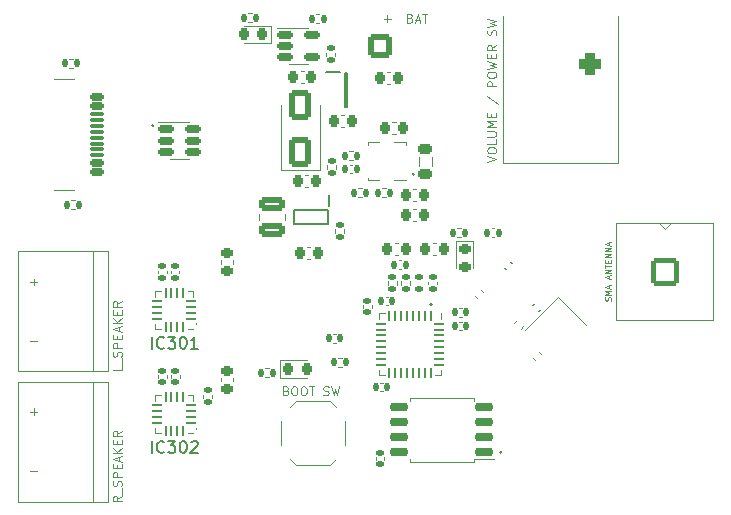
<source format=gto>
G04 #@! TF.GenerationSoftware,KiCad,Pcbnew,7.0.8*
G04 #@! TF.CreationDate,2024-01-23T22:35:07+01:00*
G04 #@! TF.ProjectId,internet-radio-speaker,696e7465-726e-4657-942d-726164696f2d,rev?*
G04 #@! TF.SameCoordinates,Original*
G04 #@! TF.FileFunction,Legend,Top*
G04 #@! TF.FilePolarity,Positive*
%FSLAX46Y46*%
G04 Gerber Fmt 4.6, Leading zero omitted, Abs format (unit mm)*
G04 Created by KiCad (PCBNEW 7.0.8) date 2024-01-23 22:35:07*
%MOMM*%
%LPD*%
G01*
G04 APERTURE LIST*
G04 Aperture macros list*
%AMRoundRect*
0 Rectangle with rounded corners*
0 $1 Rounding radius*
0 $2 $3 $4 $5 $6 $7 $8 $9 X,Y pos of 4 corners*
0 Add a 4 corners polygon primitive as box body*
4,1,4,$2,$3,$4,$5,$6,$7,$8,$9,$2,$3,0*
0 Add four circle primitives for the rounded corners*
1,1,$1+$1,$2,$3*
1,1,$1+$1,$4,$5*
1,1,$1+$1,$6,$7*
1,1,$1+$1,$8,$9*
0 Add four rect primitives between the rounded corners*
20,1,$1+$1,$2,$3,$4,$5,0*
20,1,$1+$1,$4,$5,$6,$7,0*
20,1,$1+$1,$6,$7,$8,$9,0*
20,1,$1+$1,$8,$9,$2,$3,0*%
%AMRotRect*
0 Rectangle, with rotation*
0 The origin of the aperture is its center*
0 $1 length*
0 $2 width*
0 $3 Rotation angle, in degrees counterclockwise*
0 Add horizontal line*
21,1,$1,$2,0,0,$3*%
%AMFreePoly0*
4,1,21,-0.125000,1.200000,0.125000,1.200000,0.125000,1.700000,0.375000,1.700000,0.375000,1.200000,0.825000,1.200000,0.825000,-1.200000,0.375000,-1.200000,0.375000,-1.700000,0.125000,-1.700000,0.125000,-1.200000,-0.125000,-1.200000,-0.125000,-1.700000,-0.375000,-1.700000,-0.375000,-1.200000,-0.825000,-1.200000,-0.825000,1.200000,-0.375000,1.200000,-0.375000,1.700000,-0.125000,1.700000,
-0.125000,1.200000,-0.125000,1.200000,$1*%
G04 Aperture macros list end*
%ADD10C,0.150000*%
%ADD11C,0.100000*%
%ADD12C,0.125000*%
%ADD13C,0.200000*%
%ADD14C,0.120000*%
%ADD15R,1.200000X0.650000*%
%ADD16R,3.000000X3.000000*%
%ADD17C,3.000000*%
%ADD18RoundRect,0.135000X-0.135000X-0.185000X0.135000X-0.185000X0.135000X0.185000X-0.135000X0.185000X0*%
%ADD19RoundRect,0.135000X0.185000X-0.135000X0.185000X0.135000X-0.185000X0.135000X-0.185000X-0.135000X0*%
%ADD20RoundRect,0.225000X-0.250000X0.225000X-0.250000X-0.225000X0.250000X-0.225000X0.250000X0.225000X0*%
%ADD21RoundRect,0.140000X0.140000X0.170000X-0.140000X0.170000X-0.140000X-0.170000X0.140000X-0.170000X0*%
%ADD22RoundRect,0.135000X0.135000X0.185000X-0.135000X0.185000X-0.135000X-0.185000X0.135000X-0.185000X0*%
%ADD23RoundRect,0.140000X0.170000X-0.140000X0.170000X0.140000X-0.170000X0.140000X-0.170000X-0.140000X0*%
%ADD24RoundRect,0.140000X-0.140000X-0.170000X0.140000X-0.170000X0.140000X0.170000X-0.140000X0.170000X0*%
%ADD25C,0.650000*%
%ADD26RoundRect,0.150000X-0.425000X0.150000X-0.425000X-0.150000X0.425000X-0.150000X0.425000X0.150000X0*%
%ADD27RoundRect,0.075000X-0.500000X0.075000X-0.500000X-0.075000X0.500000X-0.075000X0.500000X0.075000X0*%
%ADD28O,2.100000X1.000000*%
%ADD29O,1.800000X1.000000*%
%ADD30RoundRect,0.135000X0.035355X-0.226274X0.226274X-0.035355X-0.035355X0.226274X-0.226274X0.035355X0*%
%ADD31R,0.600000X0.240000*%
%ADD32FreePoly0,180.000000*%
%ADD33RotRect,1.400000X1.200000X225.000000*%
%ADD34RoundRect,0.062500X-0.062500X0.375000X-0.062500X-0.375000X0.062500X-0.375000X0.062500X0.375000X0*%
%ADD35RoundRect,0.062500X-0.375000X0.062500X-0.375000X-0.062500X0.375000X-0.062500X0.375000X0.062500X0*%
%ADD36R,3.100000X3.100000*%
%ADD37RoundRect,0.135000X-0.185000X0.135000X-0.185000X-0.135000X0.185000X-0.135000X0.185000X0.135000X0*%
%ADD38RoundRect,0.225000X-0.225000X-0.250000X0.225000X-0.250000X0.225000X0.250000X-0.225000X0.250000X0*%
%ADD39R,1.800000X1.100000*%
%ADD40RoundRect,0.250000X-0.850000X0.375000X-0.850000X-0.375000X0.850000X-0.375000X0.850000X0.375000X0*%
%ADD41RoundRect,0.150000X0.650000X0.150000X-0.650000X0.150000X-0.650000X-0.150000X0.650000X-0.150000X0*%
%ADD42RoundRect,0.147500X-0.172500X0.147500X-0.172500X-0.147500X0.172500X-0.147500X0.172500X0.147500X0*%
%ADD43RoundRect,0.140000X-0.219203X-0.021213X-0.021213X-0.219203X0.219203X0.021213X0.021213X0.219203X0*%
%ADD44R,0.600000X0.900000*%
%ADD45RoundRect,0.250001X-0.799999X-0.799999X0.799999X-0.799999X0.799999X0.799999X-0.799999X0.799999X0*%
%ADD46C,2.100000*%
%ADD47RoundRect,0.140000X0.021213X-0.219203X0.219203X-0.021213X-0.021213X0.219203X-0.219203X0.021213X0*%
%ADD48RoundRect,0.218750X-0.256250X0.218750X-0.256250X-0.218750X0.256250X-0.218750X0.256250X0.218750X0*%
%ADD49RoundRect,0.225000X0.225000X0.250000X-0.225000X0.250000X-0.225000X-0.250000X0.225000X-0.250000X0*%
%ADD50RoundRect,0.218750X-0.218750X-0.256250X0.218750X-0.256250X0.218750X0.256250X-0.218750X0.256250X0*%
%ADD51RoundRect,0.250000X0.650000X-1.000000X0.650000X1.000000X-0.650000X1.000000X-0.650000X-1.000000X0*%
%ADD52RoundRect,0.150000X-0.512500X-0.150000X0.512500X-0.150000X0.512500X0.150000X-0.512500X0.150000X0*%
%ADD53RoundRect,0.218750X0.381250X-0.218750X0.381250X0.218750X-0.381250X0.218750X-0.381250X-0.218750X0*%
%ADD54C,1.800000*%
%ADD55RoundRect,0.450000X0.450000X-0.450000X0.450000X0.450000X-0.450000X0.450000X-0.450000X-0.450000X0*%
%ADD56RoundRect,0.218750X0.218750X0.256250X-0.218750X0.256250X-0.218750X-0.256250X0.218750X-0.256250X0*%
%ADD57RoundRect,0.140000X-0.170000X0.140000X-0.170000X-0.140000X0.170000X-0.140000X0.170000X0.140000X0*%
%ADD58RoundRect,0.062500X0.350000X0.062500X-0.350000X0.062500X-0.350000X-0.062500X0.350000X-0.062500X0*%
%ADD59RoundRect,0.062500X0.062500X0.350000X-0.062500X0.350000X-0.062500X-0.350000X0.062500X-0.350000X0*%
%ADD60R,1.230000X1.230000*%
%ADD61C,2.500000*%
%ADD62RoundRect,0.200100X-0.949900X0.949900X-0.949900X-0.949900X0.949900X-0.949900X0.949900X0.949900X0*%
%ADD63RoundRect,0.147500X0.017678X-0.226274X0.226274X-0.017678X-0.017678X0.226274X-0.226274X0.017678X0*%
G04 APERTURE END LIST*
D10*
X143770711Y-115450000D02*
G75*
G03*
X143770711Y-115450000I-70711J0D01*
G01*
X120220711Y-100300000D02*
G75*
G03*
X120220711Y-100300000I-70711J0D01*
G01*
X123850000Y-117100000D02*
G75*
G03*
X123850000Y-117100000I-50000J0D01*
G01*
X149670711Y-127950000D02*
G75*
G03*
X149670711Y-127950000I-70711J0D01*
G01*
X123850000Y-126000000D02*
G75*
G03*
X123850000Y-126000000I-50000J0D01*
G01*
X142270711Y-104400000D02*
G75*
G03*
X142270711Y-104400000I-70711J0D01*
G01*
D11*
X158909800Y-115088972D02*
X158933609Y-115017544D01*
X158933609Y-115017544D02*
X158933609Y-114898496D01*
X158933609Y-114898496D02*
X158909800Y-114850877D01*
X158909800Y-114850877D02*
X158885990Y-114827068D01*
X158885990Y-114827068D02*
X158838371Y-114803258D01*
X158838371Y-114803258D02*
X158790752Y-114803258D01*
X158790752Y-114803258D02*
X158743133Y-114827068D01*
X158743133Y-114827068D02*
X158719323Y-114850877D01*
X158719323Y-114850877D02*
X158695514Y-114898496D01*
X158695514Y-114898496D02*
X158671704Y-114993734D01*
X158671704Y-114993734D02*
X158647895Y-115041353D01*
X158647895Y-115041353D02*
X158624085Y-115065163D01*
X158624085Y-115065163D02*
X158576466Y-115088972D01*
X158576466Y-115088972D02*
X158528847Y-115088972D01*
X158528847Y-115088972D02*
X158481228Y-115065163D01*
X158481228Y-115065163D02*
X158457419Y-115041353D01*
X158457419Y-115041353D02*
X158433609Y-114993734D01*
X158433609Y-114993734D02*
X158433609Y-114874687D01*
X158433609Y-114874687D02*
X158457419Y-114803258D01*
X158933609Y-114588973D02*
X158433609Y-114588973D01*
X158433609Y-114588973D02*
X158790752Y-114422306D01*
X158790752Y-114422306D02*
X158433609Y-114255640D01*
X158433609Y-114255640D02*
X158933609Y-114255640D01*
X158790752Y-114041353D02*
X158790752Y-113803258D01*
X158933609Y-114088972D02*
X158433609Y-113922306D01*
X158433609Y-113922306D02*
X158933609Y-113755639D01*
X158790752Y-113231830D02*
X158790752Y-112993735D01*
X158933609Y-113279449D02*
X158433609Y-113112783D01*
X158433609Y-113112783D02*
X158933609Y-112946116D01*
X158933609Y-112779450D02*
X158433609Y-112779450D01*
X158433609Y-112779450D02*
X158933609Y-112493736D01*
X158933609Y-112493736D02*
X158433609Y-112493736D01*
X158433609Y-112327068D02*
X158433609Y-112041354D01*
X158933609Y-112184211D02*
X158433609Y-112184211D01*
X158671704Y-111874688D02*
X158671704Y-111708021D01*
X158933609Y-111636593D02*
X158933609Y-111874688D01*
X158933609Y-111874688D02*
X158433609Y-111874688D01*
X158433609Y-111874688D02*
X158433609Y-111636593D01*
X158933609Y-111422307D02*
X158433609Y-111422307D01*
X158433609Y-111422307D02*
X158933609Y-111136593D01*
X158933609Y-111136593D02*
X158433609Y-111136593D01*
X158933609Y-110898497D02*
X158433609Y-110898497D01*
X158433609Y-110898497D02*
X158933609Y-110612783D01*
X158933609Y-110612783D02*
X158433609Y-110612783D01*
X158790752Y-110398496D02*
X158790752Y-110160401D01*
X158933609Y-110446115D02*
X158433609Y-110279449D01*
X158433609Y-110279449D02*
X158933609Y-110112782D01*
D12*
X139710807Y-91216000D02*
X140282236Y-91216000D01*
X139996521Y-91501714D02*
X139996521Y-90930285D01*
X117501714Y-131660621D02*
X117144571Y-131910621D01*
X117501714Y-132089192D02*
X116751714Y-132089192D01*
X116751714Y-132089192D02*
X116751714Y-131803478D01*
X116751714Y-131803478D02*
X116787428Y-131732049D01*
X116787428Y-131732049D02*
X116823142Y-131696335D01*
X116823142Y-131696335D02*
X116894571Y-131660621D01*
X116894571Y-131660621D02*
X117001714Y-131660621D01*
X117001714Y-131660621D02*
X117073142Y-131696335D01*
X117073142Y-131696335D02*
X117108857Y-131732049D01*
X117108857Y-131732049D02*
X117144571Y-131803478D01*
X117144571Y-131803478D02*
X117144571Y-132089192D01*
X117573142Y-131517764D02*
X117573142Y-130946335D01*
X117466000Y-130803477D02*
X117501714Y-130696335D01*
X117501714Y-130696335D02*
X117501714Y-130517763D01*
X117501714Y-130517763D02*
X117466000Y-130446335D01*
X117466000Y-130446335D02*
X117430285Y-130410620D01*
X117430285Y-130410620D02*
X117358857Y-130374906D01*
X117358857Y-130374906D02*
X117287428Y-130374906D01*
X117287428Y-130374906D02*
X117216000Y-130410620D01*
X117216000Y-130410620D02*
X117180285Y-130446335D01*
X117180285Y-130446335D02*
X117144571Y-130517763D01*
X117144571Y-130517763D02*
X117108857Y-130660620D01*
X117108857Y-130660620D02*
X117073142Y-130732049D01*
X117073142Y-130732049D02*
X117037428Y-130767763D01*
X117037428Y-130767763D02*
X116966000Y-130803477D01*
X116966000Y-130803477D02*
X116894571Y-130803477D01*
X116894571Y-130803477D02*
X116823142Y-130767763D01*
X116823142Y-130767763D02*
X116787428Y-130732049D01*
X116787428Y-130732049D02*
X116751714Y-130660620D01*
X116751714Y-130660620D02*
X116751714Y-130482049D01*
X116751714Y-130482049D02*
X116787428Y-130374906D01*
X117501714Y-130053477D02*
X116751714Y-130053477D01*
X116751714Y-130053477D02*
X116751714Y-129767763D01*
X116751714Y-129767763D02*
X116787428Y-129696334D01*
X116787428Y-129696334D02*
X116823142Y-129660620D01*
X116823142Y-129660620D02*
X116894571Y-129624906D01*
X116894571Y-129624906D02*
X117001714Y-129624906D01*
X117001714Y-129624906D02*
X117073142Y-129660620D01*
X117073142Y-129660620D02*
X117108857Y-129696334D01*
X117108857Y-129696334D02*
X117144571Y-129767763D01*
X117144571Y-129767763D02*
X117144571Y-130053477D01*
X117108857Y-129303477D02*
X117108857Y-129053477D01*
X117501714Y-128946334D02*
X117501714Y-129303477D01*
X117501714Y-129303477D02*
X116751714Y-129303477D01*
X116751714Y-129303477D02*
X116751714Y-128946334D01*
X117287428Y-128660620D02*
X117287428Y-128303478D01*
X117501714Y-128732049D02*
X116751714Y-128482049D01*
X116751714Y-128482049D02*
X117501714Y-128232049D01*
X117501714Y-127982049D02*
X116751714Y-127982049D01*
X117501714Y-127553478D02*
X117073142Y-127874906D01*
X116751714Y-127553478D02*
X117180285Y-127982049D01*
X117108857Y-127232049D02*
X117108857Y-126982049D01*
X117501714Y-126874906D02*
X117501714Y-127232049D01*
X117501714Y-127232049D02*
X116751714Y-127232049D01*
X116751714Y-127232049D02*
X116751714Y-126874906D01*
X117501714Y-126124907D02*
X117144571Y-126374907D01*
X117501714Y-126553478D02*
X116751714Y-126553478D01*
X116751714Y-126553478D02*
X116751714Y-126267764D01*
X116751714Y-126267764D02*
X116787428Y-126196335D01*
X116787428Y-126196335D02*
X116823142Y-126160621D01*
X116823142Y-126160621D02*
X116894571Y-126124907D01*
X116894571Y-126124907D02*
X117001714Y-126124907D01*
X117001714Y-126124907D02*
X117073142Y-126160621D01*
X117073142Y-126160621D02*
X117108857Y-126196335D01*
X117108857Y-126196335D02*
X117144571Y-126267764D01*
X117144571Y-126267764D02*
X117144571Y-126553478D01*
X109760807Y-129516000D02*
X110332236Y-129516000D01*
X148451714Y-103346335D02*
X149201714Y-103096335D01*
X149201714Y-103096335D02*
X148451714Y-102846335D01*
X148451714Y-102453478D02*
X148451714Y-102310621D01*
X148451714Y-102310621D02*
X148487428Y-102239192D01*
X148487428Y-102239192D02*
X148558857Y-102167764D01*
X148558857Y-102167764D02*
X148701714Y-102132049D01*
X148701714Y-102132049D02*
X148951714Y-102132049D01*
X148951714Y-102132049D02*
X149094571Y-102167764D01*
X149094571Y-102167764D02*
X149166000Y-102239192D01*
X149166000Y-102239192D02*
X149201714Y-102310621D01*
X149201714Y-102310621D02*
X149201714Y-102453478D01*
X149201714Y-102453478D02*
X149166000Y-102524907D01*
X149166000Y-102524907D02*
X149094571Y-102596335D01*
X149094571Y-102596335D02*
X148951714Y-102632049D01*
X148951714Y-102632049D02*
X148701714Y-102632049D01*
X148701714Y-102632049D02*
X148558857Y-102596335D01*
X148558857Y-102596335D02*
X148487428Y-102524907D01*
X148487428Y-102524907D02*
X148451714Y-102453478D01*
X149201714Y-101453478D02*
X149201714Y-101810621D01*
X149201714Y-101810621D02*
X148451714Y-101810621D01*
X148451714Y-101203478D02*
X149058857Y-101203478D01*
X149058857Y-101203478D02*
X149130285Y-101167764D01*
X149130285Y-101167764D02*
X149166000Y-101132050D01*
X149166000Y-101132050D02*
X149201714Y-101060621D01*
X149201714Y-101060621D02*
X149201714Y-100917764D01*
X149201714Y-100917764D02*
X149166000Y-100846335D01*
X149166000Y-100846335D02*
X149130285Y-100810621D01*
X149130285Y-100810621D02*
X149058857Y-100774907D01*
X149058857Y-100774907D02*
X148451714Y-100774907D01*
X149201714Y-100417764D02*
X148451714Y-100417764D01*
X148451714Y-100417764D02*
X148987428Y-100167764D01*
X148987428Y-100167764D02*
X148451714Y-99917764D01*
X148451714Y-99917764D02*
X149201714Y-99917764D01*
X148808857Y-99560621D02*
X148808857Y-99310621D01*
X149201714Y-99203478D02*
X149201714Y-99560621D01*
X149201714Y-99560621D02*
X148451714Y-99560621D01*
X148451714Y-99560621D02*
X148451714Y-99203478D01*
X148416000Y-97774907D02*
X149380285Y-98417764D01*
X149201714Y-96953478D02*
X148451714Y-96953478D01*
X148451714Y-96953478D02*
X148451714Y-96667764D01*
X148451714Y-96667764D02*
X148487428Y-96596335D01*
X148487428Y-96596335D02*
X148523142Y-96560621D01*
X148523142Y-96560621D02*
X148594571Y-96524907D01*
X148594571Y-96524907D02*
X148701714Y-96524907D01*
X148701714Y-96524907D02*
X148773142Y-96560621D01*
X148773142Y-96560621D02*
X148808857Y-96596335D01*
X148808857Y-96596335D02*
X148844571Y-96667764D01*
X148844571Y-96667764D02*
X148844571Y-96953478D01*
X148451714Y-96060621D02*
X148451714Y-95917764D01*
X148451714Y-95917764D02*
X148487428Y-95846335D01*
X148487428Y-95846335D02*
X148558857Y-95774907D01*
X148558857Y-95774907D02*
X148701714Y-95739192D01*
X148701714Y-95739192D02*
X148951714Y-95739192D01*
X148951714Y-95739192D02*
X149094571Y-95774907D01*
X149094571Y-95774907D02*
X149166000Y-95846335D01*
X149166000Y-95846335D02*
X149201714Y-95917764D01*
X149201714Y-95917764D02*
X149201714Y-96060621D01*
X149201714Y-96060621D02*
X149166000Y-96132050D01*
X149166000Y-96132050D02*
X149094571Y-96203478D01*
X149094571Y-96203478D02*
X148951714Y-96239192D01*
X148951714Y-96239192D02*
X148701714Y-96239192D01*
X148701714Y-96239192D02*
X148558857Y-96203478D01*
X148558857Y-96203478D02*
X148487428Y-96132050D01*
X148487428Y-96132050D02*
X148451714Y-96060621D01*
X148451714Y-95489193D02*
X149201714Y-95310621D01*
X149201714Y-95310621D02*
X148666000Y-95167764D01*
X148666000Y-95167764D02*
X149201714Y-95024907D01*
X149201714Y-95024907D02*
X148451714Y-94846336D01*
X148808857Y-94560621D02*
X148808857Y-94310621D01*
X149201714Y-94203478D02*
X149201714Y-94560621D01*
X149201714Y-94560621D02*
X148451714Y-94560621D01*
X148451714Y-94560621D02*
X148451714Y-94203478D01*
X149201714Y-93453479D02*
X148844571Y-93703479D01*
X149201714Y-93882050D02*
X148451714Y-93882050D01*
X148451714Y-93882050D02*
X148451714Y-93596336D01*
X148451714Y-93596336D02*
X148487428Y-93524907D01*
X148487428Y-93524907D02*
X148523142Y-93489193D01*
X148523142Y-93489193D02*
X148594571Y-93453479D01*
X148594571Y-93453479D02*
X148701714Y-93453479D01*
X148701714Y-93453479D02*
X148773142Y-93489193D01*
X148773142Y-93489193D02*
X148808857Y-93524907D01*
X148808857Y-93524907D02*
X148844571Y-93596336D01*
X148844571Y-93596336D02*
X148844571Y-93882050D01*
X149166000Y-92596335D02*
X149201714Y-92489193D01*
X149201714Y-92489193D02*
X149201714Y-92310621D01*
X149201714Y-92310621D02*
X149166000Y-92239193D01*
X149166000Y-92239193D02*
X149130285Y-92203478D01*
X149130285Y-92203478D02*
X149058857Y-92167764D01*
X149058857Y-92167764D02*
X148987428Y-92167764D01*
X148987428Y-92167764D02*
X148916000Y-92203478D01*
X148916000Y-92203478D02*
X148880285Y-92239193D01*
X148880285Y-92239193D02*
X148844571Y-92310621D01*
X148844571Y-92310621D02*
X148808857Y-92453478D01*
X148808857Y-92453478D02*
X148773142Y-92524907D01*
X148773142Y-92524907D02*
X148737428Y-92560621D01*
X148737428Y-92560621D02*
X148666000Y-92596335D01*
X148666000Y-92596335D02*
X148594571Y-92596335D01*
X148594571Y-92596335D02*
X148523142Y-92560621D01*
X148523142Y-92560621D02*
X148487428Y-92524907D01*
X148487428Y-92524907D02*
X148451714Y-92453478D01*
X148451714Y-92453478D02*
X148451714Y-92274907D01*
X148451714Y-92274907D02*
X148487428Y-92167764D01*
X148451714Y-91917764D02*
X149201714Y-91739192D01*
X149201714Y-91739192D02*
X148666000Y-91596335D01*
X148666000Y-91596335D02*
X149201714Y-91453478D01*
X149201714Y-91453478D02*
X148451714Y-91274907D01*
X109760807Y-124516000D02*
X110332236Y-124516000D01*
X110046521Y-124801714D02*
X110046521Y-124230285D01*
X141910807Y-91158857D02*
X142017950Y-91194571D01*
X142017950Y-91194571D02*
X142053664Y-91230285D01*
X142053664Y-91230285D02*
X142089378Y-91301714D01*
X142089378Y-91301714D02*
X142089378Y-91408857D01*
X142089378Y-91408857D02*
X142053664Y-91480285D01*
X142053664Y-91480285D02*
X142017950Y-91516000D01*
X142017950Y-91516000D02*
X141946521Y-91551714D01*
X141946521Y-91551714D02*
X141660807Y-91551714D01*
X141660807Y-91551714D02*
X141660807Y-90801714D01*
X141660807Y-90801714D02*
X141910807Y-90801714D01*
X141910807Y-90801714D02*
X141982236Y-90837428D01*
X141982236Y-90837428D02*
X142017950Y-90873142D01*
X142017950Y-90873142D02*
X142053664Y-90944571D01*
X142053664Y-90944571D02*
X142053664Y-91016000D01*
X142053664Y-91016000D02*
X142017950Y-91087428D01*
X142017950Y-91087428D02*
X141982236Y-91123142D01*
X141982236Y-91123142D02*
X141910807Y-91158857D01*
X141910807Y-91158857D02*
X141660807Y-91158857D01*
X142375093Y-91337428D02*
X142732236Y-91337428D01*
X142303664Y-91551714D02*
X142553664Y-90801714D01*
X142553664Y-90801714D02*
X142803664Y-91551714D01*
X142946521Y-90801714D02*
X143375093Y-90801714D01*
X143160807Y-91551714D02*
X143160807Y-90801714D01*
X109760807Y-113516000D02*
X110332236Y-113516000D01*
X110046521Y-113801714D02*
X110046521Y-113230285D01*
X131410807Y-122708857D02*
X131517950Y-122744571D01*
X131517950Y-122744571D02*
X131553664Y-122780285D01*
X131553664Y-122780285D02*
X131589378Y-122851714D01*
X131589378Y-122851714D02*
X131589378Y-122958857D01*
X131589378Y-122958857D02*
X131553664Y-123030285D01*
X131553664Y-123030285D02*
X131517950Y-123066000D01*
X131517950Y-123066000D02*
X131446521Y-123101714D01*
X131446521Y-123101714D02*
X131160807Y-123101714D01*
X131160807Y-123101714D02*
X131160807Y-122351714D01*
X131160807Y-122351714D02*
X131410807Y-122351714D01*
X131410807Y-122351714D02*
X131482236Y-122387428D01*
X131482236Y-122387428D02*
X131517950Y-122423142D01*
X131517950Y-122423142D02*
X131553664Y-122494571D01*
X131553664Y-122494571D02*
X131553664Y-122566000D01*
X131553664Y-122566000D02*
X131517950Y-122637428D01*
X131517950Y-122637428D02*
X131482236Y-122673142D01*
X131482236Y-122673142D02*
X131410807Y-122708857D01*
X131410807Y-122708857D02*
X131160807Y-122708857D01*
X132053664Y-122351714D02*
X132196521Y-122351714D01*
X132196521Y-122351714D02*
X132267950Y-122387428D01*
X132267950Y-122387428D02*
X132339378Y-122458857D01*
X132339378Y-122458857D02*
X132375093Y-122601714D01*
X132375093Y-122601714D02*
X132375093Y-122851714D01*
X132375093Y-122851714D02*
X132339378Y-122994571D01*
X132339378Y-122994571D02*
X132267950Y-123066000D01*
X132267950Y-123066000D02*
X132196521Y-123101714D01*
X132196521Y-123101714D02*
X132053664Y-123101714D01*
X132053664Y-123101714D02*
X131982236Y-123066000D01*
X131982236Y-123066000D02*
X131910807Y-122994571D01*
X131910807Y-122994571D02*
X131875093Y-122851714D01*
X131875093Y-122851714D02*
X131875093Y-122601714D01*
X131875093Y-122601714D02*
X131910807Y-122458857D01*
X131910807Y-122458857D02*
X131982236Y-122387428D01*
X131982236Y-122387428D02*
X132053664Y-122351714D01*
X132839378Y-122351714D02*
X132982235Y-122351714D01*
X132982235Y-122351714D02*
X133053664Y-122387428D01*
X133053664Y-122387428D02*
X133125092Y-122458857D01*
X133125092Y-122458857D02*
X133160807Y-122601714D01*
X133160807Y-122601714D02*
X133160807Y-122851714D01*
X133160807Y-122851714D02*
X133125092Y-122994571D01*
X133125092Y-122994571D02*
X133053664Y-123066000D01*
X133053664Y-123066000D02*
X132982235Y-123101714D01*
X132982235Y-123101714D02*
X132839378Y-123101714D01*
X132839378Y-123101714D02*
X132767950Y-123066000D01*
X132767950Y-123066000D02*
X132696521Y-122994571D01*
X132696521Y-122994571D02*
X132660807Y-122851714D01*
X132660807Y-122851714D02*
X132660807Y-122601714D01*
X132660807Y-122601714D02*
X132696521Y-122458857D01*
X132696521Y-122458857D02*
X132767950Y-122387428D01*
X132767950Y-122387428D02*
X132839378Y-122351714D01*
X133375092Y-122351714D02*
X133803664Y-122351714D01*
X133589378Y-123101714D02*
X133589378Y-122351714D01*
X134589379Y-123066000D02*
X134696522Y-123101714D01*
X134696522Y-123101714D02*
X134875093Y-123101714D01*
X134875093Y-123101714D02*
X134946522Y-123066000D01*
X134946522Y-123066000D02*
X134982236Y-123030285D01*
X134982236Y-123030285D02*
X135017950Y-122958857D01*
X135017950Y-122958857D02*
X135017950Y-122887428D01*
X135017950Y-122887428D02*
X134982236Y-122816000D01*
X134982236Y-122816000D02*
X134946522Y-122780285D01*
X134946522Y-122780285D02*
X134875093Y-122744571D01*
X134875093Y-122744571D02*
X134732236Y-122708857D01*
X134732236Y-122708857D02*
X134660807Y-122673142D01*
X134660807Y-122673142D02*
X134625093Y-122637428D01*
X134625093Y-122637428D02*
X134589379Y-122566000D01*
X134589379Y-122566000D02*
X134589379Y-122494571D01*
X134589379Y-122494571D02*
X134625093Y-122423142D01*
X134625093Y-122423142D02*
X134660807Y-122387428D01*
X134660807Y-122387428D02*
X134732236Y-122351714D01*
X134732236Y-122351714D02*
X134910807Y-122351714D01*
X134910807Y-122351714D02*
X135017950Y-122387428D01*
X135267950Y-122351714D02*
X135446522Y-123101714D01*
X135446522Y-123101714D02*
X135589379Y-122566000D01*
X135589379Y-122566000D02*
X135732236Y-123101714D01*
X135732236Y-123101714D02*
X135910808Y-122351714D01*
X117501714Y-120632049D02*
X117501714Y-120989192D01*
X117501714Y-120989192D02*
X116751714Y-120989192D01*
X117573142Y-120560621D02*
X117573142Y-119989192D01*
X117466000Y-119846334D02*
X117501714Y-119739192D01*
X117501714Y-119739192D02*
X117501714Y-119560620D01*
X117501714Y-119560620D02*
X117466000Y-119489192D01*
X117466000Y-119489192D02*
X117430285Y-119453477D01*
X117430285Y-119453477D02*
X117358857Y-119417763D01*
X117358857Y-119417763D02*
X117287428Y-119417763D01*
X117287428Y-119417763D02*
X117216000Y-119453477D01*
X117216000Y-119453477D02*
X117180285Y-119489192D01*
X117180285Y-119489192D02*
X117144571Y-119560620D01*
X117144571Y-119560620D02*
X117108857Y-119703477D01*
X117108857Y-119703477D02*
X117073142Y-119774906D01*
X117073142Y-119774906D02*
X117037428Y-119810620D01*
X117037428Y-119810620D02*
X116966000Y-119846334D01*
X116966000Y-119846334D02*
X116894571Y-119846334D01*
X116894571Y-119846334D02*
X116823142Y-119810620D01*
X116823142Y-119810620D02*
X116787428Y-119774906D01*
X116787428Y-119774906D02*
X116751714Y-119703477D01*
X116751714Y-119703477D02*
X116751714Y-119524906D01*
X116751714Y-119524906D02*
X116787428Y-119417763D01*
X117501714Y-119096334D02*
X116751714Y-119096334D01*
X116751714Y-119096334D02*
X116751714Y-118810620D01*
X116751714Y-118810620D02*
X116787428Y-118739191D01*
X116787428Y-118739191D02*
X116823142Y-118703477D01*
X116823142Y-118703477D02*
X116894571Y-118667763D01*
X116894571Y-118667763D02*
X117001714Y-118667763D01*
X117001714Y-118667763D02*
X117073142Y-118703477D01*
X117073142Y-118703477D02*
X117108857Y-118739191D01*
X117108857Y-118739191D02*
X117144571Y-118810620D01*
X117144571Y-118810620D02*
X117144571Y-119096334D01*
X117108857Y-118346334D02*
X117108857Y-118096334D01*
X117501714Y-117989191D02*
X117501714Y-118346334D01*
X117501714Y-118346334D02*
X116751714Y-118346334D01*
X116751714Y-118346334D02*
X116751714Y-117989191D01*
X117287428Y-117703477D02*
X117287428Y-117346335D01*
X117501714Y-117774906D02*
X116751714Y-117524906D01*
X116751714Y-117524906D02*
X117501714Y-117274906D01*
X117501714Y-117024906D02*
X116751714Y-117024906D01*
X117501714Y-116596335D02*
X117073142Y-116917763D01*
X116751714Y-116596335D02*
X117180285Y-117024906D01*
X117108857Y-116274906D02*
X117108857Y-116024906D01*
X117501714Y-115917763D02*
X117501714Y-116274906D01*
X117501714Y-116274906D02*
X116751714Y-116274906D01*
X116751714Y-116274906D02*
X116751714Y-115917763D01*
X117501714Y-115167764D02*
X117144571Y-115417764D01*
X117501714Y-115596335D02*
X116751714Y-115596335D01*
X116751714Y-115596335D02*
X116751714Y-115310621D01*
X116751714Y-115310621D02*
X116787428Y-115239192D01*
X116787428Y-115239192D02*
X116823142Y-115203478D01*
X116823142Y-115203478D02*
X116894571Y-115167764D01*
X116894571Y-115167764D02*
X117001714Y-115167764D01*
X117001714Y-115167764D02*
X117073142Y-115203478D01*
X117073142Y-115203478D02*
X117108857Y-115239192D01*
X117108857Y-115239192D02*
X117144571Y-115310621D01*
X117144571Y-115310621D02*
X117144571Y-115596335D01*
X109760807Y-118516000D02*
X110332236Y-118516000D01*
D10*
X120046429Y-127979819D02*
X120046429Y-126979819D01*
X121094047Y-127884580D02*
X121046428Y-127932200D01*
X121046428Y-127932200D02*
X120903571Y-127979819D01*
X120903571Y-127979819D02*
X120808333Y-127979819D01*
X120808333Y-127979819D02*
X120665476Y-127932200D01*
X120665476Y-127932200D02*
X120570238Y-127836961D01*
X120570238Y-127836961D02*
X120522619Y-127741723D01*
X120522619Y-127741723D02*
X120475000Y-127551247D01*
X120475000Y-127551247D02*
X120475000Y-127408390D01*
X120475000Y-127408390D02*
X120522619Y-127217914D01*
X120522619Y-127217914D02*
X120570238Y-127122676D01*
X120570238Y-127122676D02*
X120665476Y-127027438D01*
X120665476Y-127027438D02*
X120808333Y-126979819D01*
X120808333Y-126979819D02*
X120903571Y-126979819D01*
X120903571Y-126979819D02*
X121046428Y-127027438D01*
X121046428Y-127027438D02*
X121094047Y-127075057D01*
X121427381Y-126979819D02*
X122046428Y-126979819D01*
X122046428Y-126979819D02*
X121713095Y-127360771D01*
X121713095Y-127360771D02*
X121855952Y-127360771D01*
X121855952Y-127360771D02*
X121951190Y-127408390D01*
X121951190Y-127408390D02*
X121998809Y-127456009D01*
X121998809Y-127456009D02*
X122046428Y-127551247D01*
X122046428Y-127551247D02*
X122046428Y-127789342D01*
X122046428Y-127789342D02*
X121998809Y-127884580D01*
X121998809Y-127884580D02*
X121951190Y-127932200D01*
X121951190Y-127932200D02*
X121855952Y-127979819D01*
X121855952Y-127979819D02*
X121570238Y-127979819D01*
X121570238Y-127979819D02*
X121475000Y-127932200D01*
X121475000Y-127932200D02*
X121427381Y-127884580D01*
X122665476Y-126979819D02*
X122760714Y-126979819D01*
X122760714Y-126979819D02*
X122855952Y-127027438D01*
X122855952Y-127027438D02*
X122903571Y-127075057D01*
X122903571Y-127075057D02*
X122951190Y-127170295D01*
X122951190Y-127170295D02*
X122998809Y-127360771D01*
X122998809Y-127360771D02*
X122998809Y-127598866D01*
X122998809Y-127598866D02*
X122951190Y-127789342D01*
X122951190Y-127789342D02*
X122903571Y-127884580D01*
X122903571Y-127884580D02*
X122855952Y-127932200D01*
X122855952Y-127932200D02*
X122760714Y-127979819D01*
X122760714Y-127979819D02*
X122665476Y-127979819D01*
X122665476Y-127979819D02*
X122570238Y-127932200D01*
X122570238Y-127932200D02*
X122522619Y-127884580D01*
X122522619Y-127884580D02*
X122475000Y-127789342D01*
X122475000Y-127789342D02*
X122427381Y-127598866D01*
X122427381Y-127598866D02*
X122427381Y-127360771D01*
X122427381Y-127360771D02*
X122475000Y-127170295D01*
X122475000Y-127170295D02*
X122522619Y-127075057D01*
X122522619Y-127075057D02*
X122570238Y-127027438D01*
X122570238Y-127027438D02*
X122665476Y-126979819D01*
X123379762Y-127075057D02*
X123427381Y-127027438D01*
X123427381Y-127027438D02*
X123522619Y-126979819D01*
X123522619Y-126979819D02*
X123760714Y-126979819D01*
X123760714Y-126979819D02*
X123855952Y-127027438D01*
X123855952Y-127027438D02*
X123903571Y-127075057D01*
X123903571Y-127075057D02*
X123951190Y-127170295D01*
X123951190Y-127170295D02*
X123951190Y-127265533D01*
X123951190Y-127265533D02*
X123903571Y-127408390D01*
X123903571Y-127408390D02*
X123332143Y-127979819D01*
X123332143Y-127979819D02*
X123951190Y-127979819D01*
X120046429Y-119164819D02*
X120046429Y-118164819D01*
X121094047Y-119069580D02*
X121046428Y-119117200D01*
X121046428Y-119117200D02*
X120903571Y-119164819D01*
X120903571Y-119164819D02*
X120808333Y-119164819D01*
X120808333Y-119164819D02*
X120665476Y-119117200D01*
X120665476Y-119117200D02*
X120570238Y-119021961D01*
X120570238Y-119021961D02*
X120522619Y-118926723D01*
X120522619Y-118926723D02*
X120475000Y-118736247D01*
X120475000Y-118736247D02*
X120475000Y-118593390D01*
X120475000Y-118593390D02*
X120522619Y-118402914D01*
X120522619Y-118402914D02*
X120570238Y-118307676D01*
X120570238Y-118307676D02*
X120665476Y-118212438D01*
X120665476Y-118212438D02*
X120808333Y-118164819D01*
X120808333Y-118164819D02*
X120903571Y-118164819D01*
X120903571Y-118164819D02*
X121046428Y-118212438D01*
X121046428Y-118212438D02*
X121094047Y-118260057D01*
X121427381Y-118164819D02*
X122046428Y-118164819D01*
X122046428Y-118164819D02*
X121713095Y-118545771D01*
X121713095Y-118545771D02*
X121855952Y-118545771D01*
X121855952Y-118545771D02*
X121951190Y-118593390D01*
X121951190Y-118593390D02*
X121998809Y-118641009D01*
X121998809Y-118641009D02*
X122046428Y-118736247D01*
X122046428Y-118736247D02*
X122046428Y-118974342D01*
X122046428Y-118974342D02*
X121998809Y-119069580D01*
X121998809Y-119069580D02*
X121951190Y-119117200D01*
X121951190Y-119117200D02*
X121855952Y-119164819D01*
X121855952Y-119164819D02*
X121570238Y-119164819D01*
X121570238Y-119164819D02*
X121475000Y-119117200D01*
X121475000Y-119117200D02*
X121427381Y-119069580D01*
X122665476Y-118164819D02*
X122760714Y-118164819D01*
X122760714Y-118164819D02*
X122855952Y-118212438D01*
X122855952Y-118212438D02*
X122903571Y-118260057D01*
X122903571Y-118260057D02*
X122951190Y-118355295D01*
X122951190Y-118355295D02*
X122998809Y-118545771D01*
X122998809Y-118545771D02*
X122998809Y-118783866D01*
X122998809Y-118783866D02*
X122951190Y-118974342D01*
X122951190Y-118974342D02*
X122903571Y-119069580D01*
X122903571Y-119069580D02*
X122855952Y-119117200D01*
X122855952Y-119117200D02*
X122760714Y-119164819D01*
X122760714Y-119164819D02*
X122665476Y-119164819D01*
X122665476Y-119164819D02*
X122570238Y-119117200D01*
X122570238Y-119117200D02*
X122522619Y-119069580D01*
X122522619Y-119069580D02*
X122475000Y-118974342D01*
X122475000Y-118974342D02*
X122427381Y-118783866D01*
X122427381Y-118783866D02*
X122427381Y-118545771D01*
X122427381Y-118545771D02*
X122475000Y-118355295D01*
X122475000Y-118355295D02*
X122522619Y-118260057D01*
X122522619Y-118260057D02*
X122570238Y-118212438D01*
X122570238Y-118212438D02*
X122665476Y-118164819D01*
X123951190Y-119164819D02*
X123379762Y-119164819D01*
X123665476Y-119164819D02*
X123665476Y-118164819D01*
X123665476Y-118164819D02*
X123570238Y-118307676D01*
X123570238Y-118307676D02*
X123475000Y-118402914D01*
X123475000Y-118402914D02*
X123379762Y-118450533D01*
D13*
X134825000Y-95710000D02*
X136025000Y-95710000D01*
X136375000Y-95795000D02*
X136575000Y-95795000D01*
X136375000Y-98695000D02*
X136375000Y-95795000D01*
X136575000Y-95795000D02*
X136575000Y-98695000D01*
X136575000Y-98695000D02*
X136375000Y-98695000D01*
D14*
X108740000Y-121025000D02*
X116360000Y-121025000D01*
X116360000Y-121025000D02*
X116360000Y-110865000D01*
X108740000Y-110865000D02*
X108740000Y-121025000D01*
X115090000Y-110865000D02*
X115090000Y-121025000D01*
X116360000Y-110865000D02*
X108740000Y-110865000D01*
X108740000Y-132150000D02*
X116360000Y-132150000D01*
X116360000Y-132150000D02*
X116360000Y-121990000D01*
X108740000Y-121990000D02*
X108740000Y-132150000D01*
X115090000Y-121990000D02*
X115090000Y-132150000D01*
X116360000Y-121990000D02*
X108740000Y-121990000D01*
X137521359Y-105565000D02*
X137828641Y-105565000D01*
X137521359Y-106325000D02*
X137828641Y-106325000D01*
X145896359Y-108965000D02*
X146203641Y-108965000D01*
X145896359Y-109725000D02*
X146203641Y-109725000D01*
X141170000Y-113758641D02*
X141170000Y-113451359D01*
X141930000Y-113758641D02*
X141930000Y-113451359D01*
X113246359Y-106620000D02*
X113553641Y-106620000D01*
X113246359Y-107380000D02*
X113553641Y-107380000D01*
X126935000Y-111679420D02*
X126935000Y-111960580D01*
X125915000Y-111679420D02*
X125915000Y-111960580D01*
X140062836Y-115480000D02*
X139847164Y-115480000D01*
X140062836Y-114760000D02*
X139847164Y-114760000D01*
X137078641Y-103225000D02*
X136771359Y-103225000D01*
X137078641Y-102465000D02*
X136771359Y-102465000D01*
X120590000Y-112792836D02*
X120590000Y-112577164D01*
X121310000Y-112792836D02*
X121310000Y-112577164D01*
X139571359Y-105565000D02*
X139878641Y-105565000D01*
X139571359Y-106325000D02*
X139878641Y-106325000D01*
X146092164Y-115740000D02*
X146307836Y-115740000D01*
X146092164Y-116460000D02*
X146307836Y-116460000D01*
X111800000Y-96375000D02*
X113500000Y-96375000D01*
X111800000Y-105715000D02*
X113500000Y-105715000D01*
X134845000Y-94408641D02*
X134845000Y-94101359D01*
X135605000Y-94408641D02*
X135605000Y-94101359D01*
X126935000Y-121654420D02*
X126935000Y-121935580D01*
X125915000Y-121654420D02*
X125915000Y-121935580D01*
X150748248Y-116949975D02*
X150965529Y-116732694D01*
X151285649Y-117487376D02*
X151502930Y-117270095D01*
X141605000Y-104925000D02*
X140600000Y-104925000D01*
X141575000Y-101935000D02*
X141575000Y-101705000D01*
X141575000Y-101705000D02*
X140600000Y-101705000D01*
X139330000Y-104925000D02*
X138355000Y-104925000D01*
X139330000Y-101705000D02*
X138355000Y-101705000D01*
X138355000Y-104925000D02*
X138355000Y-104695000D01*
X138355000Y-101935000D02*
X138355000Y-101705000D01*
X156781529Y-117131924D02*
X154448076Y-114798471D01*
X154448076Y-114798471D02*
X151619649Y-117626898D01*
X139315000Y-116187500D02*
X139790000Y-116187500D01*
X144535000Y-116662500D02*
X144535000Y-116187500D01*
X139315000Y-116662500D02*
X139315000Y-116187500D01*
X144535000Y-120932500D02*
X144535000Y-121407500D01*
X139315000Y-120932500D02*
X139315000Y-121407500D01*
X144535000Y-121407500D02*
X144060000Y-121407500D01*
X139315000Y-121407500D02*
X139790000Y-121407500D01*
X124395000Y-123046359D02*
X124395000Y-123353641D01*
X125155000Y-123046359D02*
X125155000Y-123353641D01*
X128191359Y-90765000D02*
X128498641Y-90765000D01*
X128191359Y-91525000D02*
X128498641Y-91525000D01*
X136084420Y-99385000D02*
X136365580Y-99385000D01*
X136084420Y-100405000D02*
X136365580Y-100405000D01*
X130980000Y-127340000D02*
X130980000Y-125260000D01*
X132250000Y-123580000D02*
X131760000Y-124070000D01*
X132250000Y-123580000D02*
X135150000Y-123580000D01*
X132250000Y-129020000D02*
X131760000Y-128530000D01*
X132250000Y-129020000D02*
X135150000Y-129020000D01*
X135150000Y-123580000D02*
X135640000Y-124070000D01*
X135150000Y-129020000D02*
X135640000Y-128530000D01*
X136420000Y-127340000D02*
X136420000Y-125260000D01*
X142184420Y-105685000D02*
X142465580Y-105685000D01*
X142184420Y-106705000D02*
X142465580Y-106705000D01*
X143859420Y-110235000D02*
X144140580Y-110235000D01*
X143859420Y-111255000D02*
X144140580Y-111255000D01*
X136153641Y-120680000D02*
X135846359Y-120680000D01*
X136153641Y-119920000D02*
X135846359Y-119920000D01*
X131335000Y-107758748D02*
X131335000Y-108281252D01*
X129115000Y-107758748D02*
X129115000Y-108281252D01*
X129646359Y-120820000D02*
X129953641Y-120820000D01*
X129646359Y-121580000D02*
X129953641Y-121580000D01*
X141900000Y-123320000D02*
X141900000Y-123580000D01*
X141900000Y-128770000D02*
X141900000Y-128510000D01*
X144625000Y-123320000D02*
X141900000Y-123320000D01*
X144625000Y-123320000D02*
X147350000Y-123320000D01*
X144625000Y-128770000D02*
X141900000Y-128770000D01*
X144625000Y-128770000D02*
X147350000Y-128770000D01*
X147350000Y-123320000D02*
X147350000Y-123580000D01*
X147350000Y-128510000D02*
X149025000Y-128510000D01*
X147350000Y-128770000D02*
X147350000Y-128510000D01*
X141182836Y-112405000D02*
X140967164Y-112405000D01*
X141182836Y-111685000D02*
X140967164Y-111685000D01*
X139984420Y-95735000D02*
X140265580Y-95735000D01*
X139984420Y-96755000D02*
X140265580Y-96755000D01*
X147930802Y-114221685D02*
X148083305Y-114374188D01*
X147421685Y-114730802D02*
X147574188Y-114883305D01*
X135627836Y-118660000D02*
X135412164Y-118660000D01*
X135627836Y-117940000D02*
X135412164Y-117940000D01*
X120590000Y-121607836D02*
X120590000Y-121392164D01*
X121310000Y-121607836D02*
X121310000Y-121392164D01*
D13*
X135025000Y-106170000D02*
X135025000Y-107070000D01*
X134975000Y-107420000D02*
X134975000Y-108620000D01*
X132075000Y-107420000D02*
X134975000Y-107420000D01*
X134975000Y-108620000D02*
X132075000Y-108620000D01*
X132075000Y-108620000D02*
X132075000Y-107420000D01*
D14*
X137032836Y-104305000D02*
X136817164Y-104305000D01*
X137032836Y-103585000D02*
X136817164Y-103585000D01*
X152269779Y-115501104D02*
X152422282Y-115348601D01*
X152778896Y-116010221D02*
X152931399Y-115857718D01*
X147285000Y-110010000D02*
X145815000Y-110010000D01*
X145815000Y-110010000D02*
X145815000Y-112295000D01*
X147285000Y-112295000D02*
X147285000Y-110010000D01*
X148842164Y-108990000D02*
X149057836Y-108990000D01*
X148842164Y-109710000D02*
X149057836Y-109710000D01*
X133940582Y-90856452D02*
X134247864Y-90856452D01*
X133940582Y-91616452D02*
X134247864Y-91616452D01*
X140715580Y-101005000D02*
X140434420Y-101005000D01*
X140715580Y-99985000D02*
X140434420Y-99985000D01*
X130915000Y-120165000D02*
X130915000Y-121635000D01*
X130915000Y-121635000D02*
X133200000Y-121635000D01*
X133200000Y-120165000D02*
X130915000Y-120165000D01*
X140915580Y-111255000D02*
X140634420Y-111255000D01*
X140915580Y-110235000D02*
X140634420Y-110235000D01*
X142184420Y-107335000D02*
X142465580Y-107335000D01*
X142184420Y-108355000D02*
X142465580Y-108355000D01*
X133209420Y-110535000D02*
X133490580Y-110535000D01*
X133209420Y-111555000D02*
X133490580Y-111555000D01*
X146092164Y-116885000D02*
X146307836Y-116885000D01*
X146092164Y-117605000D02*
X146307836Y-117605000D01*
X152878307Y-119469190D02*
X153030810Y-119621693D01*
X152369190Y-119978307D02*
X152521693Y-120130810D01*
X130975000Y-104055000D02*
X134275000Y-104055000D01*
X130975000Y-104055000D02*
X130975000Y-98545000D01*
X134275000Y-104055000D02*
X134275000Y-98545000D01*
X132940580Y-96636632D02*
X132659420Y-96636632D01*
X132940580Y-95616632D02*
X132659420Y-95616632D01*
X133034420Y-104485000D02*
X133315580Y-104485000D01*
X133034420Y-105505000D02*
X133315580Y-105505000D01*
X122400000Y-103110000D02*
X123200000Y-103110000D01*
X122400000Y-103110000D02*
X121600000Y-103110000D01*
X122400000Y-99990000D02*
X123200000Y-99990000D01*
X122400000Y-99990000D02*
X120600000Y-99990000D01*
X121689999Y-121607836D02*
X121689999Y-121392164D01*
X122409999Y-121607836D02*
X122409999Y-121392164D01*
X135595000Y-109348641D02*
X135595000Y-109041359D01*
X136355000Y-109348641D02*
X136355000Y-109041359D01*
X142665000Y-103694622D02*
X142665000Y-102895378D01*
X143785000Y-103694622D02*
X143785000Y-102895378D01*
X113046359Y-94620000D02*
X113353641Y-94620000D01*
X113046359Y-95380000D02*
X113353641Y-95380000D01*
X149810000Y-103445700D02*
X159550000Y-103445700D01*
X149810000Y-103445700D02*
X149810000Y-91024700D01*
X159550000Y-103445700D02*
X159555000Y-91024700D01*
X127825000Y-93280000D02*
X130110000Y-93280000D01*
X130110000Y-91810000D02*
X127825000Y-91810000D01*
X130110000Y-93280000D02*
X130110000Y-91810000D01*
X139735000Y-128337164D02*
X139735000Y-128552836D01*
X139015000Y-128337164D02*
X139015000Y-128552836D01*
X150425812Y-111793472D02*
X150578315Y-111945975D01*
X149916695Y-112302589D02*
X150069198Y-112455092D01*
X123585000Y-123115000D02*
X123585000Y-123590000D01*
X123110000Y-126335000D02*
X123585000Y-126335000D01*
X123110000Y-123115000D02*
X123585000Y-123115000D01*
X120840000Y-126335000D02*
X120365000Y-126335000D01*
X120840000Y-123115000D02*
X120365000Y-123115000D01*
X120365000Y-126335000D02*
X120365000Y-125860000D01*
X120365000Y-123115000D02*
X120365000Y-123590000D01*
X134920000Y-103953641D02*
X134920000Y-103646359D01*
X135680000Y-103953641D02*
X135680000Y-103646359D01*
X132462500Y-95105000D02*
X133262500Y-95105000D01*
X132462500Y-95105000D02*
X131662500Y-95105000D01*
X132462500Y-91985000D02*
X133262500Y-91985000D01*
X132462500Y-91985000D02*
X130662500Y-91985000D01*
X140805000Y-113441359D02*
X140805000Y-113748641D01*
X140045000Y-113441359D02*
X140045000Y-113748641D01*
X139607836Y-122755000D02*
X139392164Y-122755000D01*
X139607836Y-122035000D02*
X139392164Y-122035000D01*
X143465000Y-113702836D02*
X143465000Y-113487164D01*
X144185000Y-113702836D02*
X144185000Y-113487164D01*
X123585000Y-114300000D02*
X123585000Y-114775000D01*
X123110000Y-117520000D02*
X123585000Y-117520000D01*
X123110000Y-114300000D02*
X123585000Y-114300000D01*
X120840000Y-117520000D02*
X120365000Y-117520000D01*
X120840000Y-114300000D02*
X120365000Y-114300000D01*
X120365000Y-117520000D02*
X120365000Y-117045000D01*
X120365000Y-114300000D02*
X120365000Y-114775000D01*
X137940000Y-115702836D02*
X137940000Y-115487164D01*
X138660000Y-115702836D02*
X138660000Y-115487164D01*
X121665000Y-112787836D02*
X121665000Y-112572164D01*
X122385000Y-112787836D02*
X122385000Y-112572164D01*
X167600000Y-116740000D02*
X159400000Y-116740000D01*
X163500000Y-109040000D02*
X164000000Y-108540000D01*
X159400000Y-108540000D02*
X159400000Y-116740000D01*
X163000000Y-108540000D02*
X163500000Y-109040000D01*
X167600000Y-108540000D02*
X167600000Y-116740000D01*
X167600000Y-108540000D02*
X159400000Y-108540000D01*
%LPC*%
D15*
X135425000Y-96285000D03*
X135425000Y-98205000D03*
X137525000Y-97245000D03*
D16*
X112550000Y-118485000D03*
D17*
X112550000Y-113405000D03*
D16*
X112550000Y-129610000D03*
D17*
X112550000Y-124530000D03*
D18*
X137165000Y-105945000D03*
X138185000Y-105945000D03*
X145540000Y-109345000D03*
X146560000Y-109345000D03*
D19*
X141550000Y-114115000D03*
X141550000Y-113095000D03*
D18*
X112890000Y-107000000D03*
X113910000Y-107000000D03*
D20*
X126425000Y-111045000D03*
X126425000Y-112595000D03*
D21*
X140435000Y-115120000D03*
X139475000Y-115120000D03*
D22*
X137435000Y-102845000D03*
X136415000Y-102845000D03*
D23*
X120950000Y-113165000D03*
X120950000Y-112205000D03*
D18*
X139215000Y-105945000D03*
X140235000Y-105945000D03*
D24*
X145720000Y-116100000D03*
X146680000Y-116100000D03*
D25*
X114305000Y-98155000D03*
X114305000Y-103935000D03*
D26*
X115380000Y-97845000D03*
X115380000Y-98645000D03*
D27*
X115380000Y-99795000D03*
X115380000Y-100795000D03*
X115380000Y-101295000D03*
X115380000Y-102295000D03*
D26*
X115380000Y-103445000D03*
X115380000Y-104245000D03*
X115380000Y-104245000D03*
X115380000Y-103445000D03*
D27*
X115380000Y-102795000D03*
X115380000Y-101795000D03*
X115380000Y-100295000D03*
X115380000Y-99295000D03*
D26*
X115380000Y-98645000D03*
X115380000Y-97845000D03*
D28*
X114805000Y-96725000D03*
D29*
X110625000Y-96725000D03*
D28*
X114805000Y-105365000D03*
D29*
X110625000Y-105365000D03*
D19*
X135225000Y-94765000D03*
X135225000Y-93745000D03*
D20*
X126425000Y-121020000D03*
X126425000Y-122570000D03*
D30*
X150764965Y-117470659D03*
X151486213Y-116749411D03*
D31*
X141365000Y-104315000D03*
X141365000Y-103815000D03*
X141365000Y-103315000D03*
X141365000Y-102815000D03*
X141365000Y-102315000D03*
X138565000Y-102315000D03*
X138565000Y-102815000D03*
X138565000Y-103315000D03*
X138565000Y-103815000D03*
X138565000Y-104315000D03*
D32*
X139965000Y-103315000D03*
D33*
X154377366Y-116000553D03*
X152821731Y-117556188D03*
X154023812Y-118758269D03*
X155579447Y-117202634D03*
D34*
X143675000Y-116360000D03*
X143175000Y-116360000D03*
X142675000Y-116360000D03*
X142175000Y-116360000D03*
X141675000Y-116360000D03*
X141175000Y-116360000D03*
X140675000Y-116360000D03*
X140175000Y-116360000D03*
D35*
X139487500Y-117047500D03*
X139487500Y-117547500D03*
X139487500Y-118047500D03*
X139487500Y-118547500D03*
X139487500Y-119047500D03*
X139487500Y-119547500D03*
X139487500Y-120047500D03*
X139487500Y-120547500D03*
D34*
X140175000Y-121235000D03*
X140675000Y-121235000D03*
X141175000Y-121235000D03*
X141675000Y-121235000D03*
X142175000Y-121235000D03*
X142675000Y-121235000D03*
X143175000Y-121235000D03*
X143675000Y-121235000D03*
D35*
X144362500Y-120547500D03*
X144362500Y-120047500D03*
X144362500Y-119547500D03*
X144362500Y-119047500D03*
X144362500Y-118547500D03*
X144362500Y-118047500D03*
X144362500Y-117547500D03*
X144362500Y-117047500D03*
D36*
X141925000Y-118797500D03*
D37*
X124775000Y-123710000D03*
X124775000Y-122690000D03*
D18*
X127835000Y-91145000D03*
X128855000Y-91145000D03*
D38*
X135450000Y-99895000D03*
X137000000Y-99895000D03*
D39*
X130600000Y-124450000D03*
X136800000Y-124450000D03*
X130600000Y-128150000D03*
X136800000Y-128150000D03*
D38*
X141550000Y-106195000D03*
X143100000Y-106195000D03*
X143225000Y-110745000D03*
X144775000Y-110745000D03*
D22*
X136510000Y-120300000D03*
X135490000Y-120300000D03*
D40*
X130225000Y-106945000D03*
X130225000Y-109095000D03*
D18*
X129290000Y-121200000D03*
X130310000Y-121200000D03*
D41*
X141025000Y-127950000D03*
X141025000Y-126680000D03*
X141025000Y-125410000D03*
X141025000Y-124140000D03*
X148225000Y-124140000D03*
X148225000Y-125410000D03*
X148225000Y-126680000D03*
X148225000Y-127950000D03*
D42*
X142675000Y-113110000D03*
X142675000Y-114080000D03*
D21*
X141555000Y-112045000D03*
X140595000Y-112045000D03*
D38*
X139350000Y-96245000D03*
X140900000Y-96245000D03*
D43*
X147413084Y-114213084D03*
X148091906Y-114891906D03*
D21*
X136000000Y-118300000D03*
X135040000Y-118300000D03*
D23*
X120950000Y-121980000D03*
X120950000Y-121020000D03*
D44*
X134475000Y-106620000D03*
X133525000Y-106620000D03*
X132575000Y-106620000D03*
X132575000Y-109420000D03*
X134475000Y-109420000D03*
D45*
X139350000Y-93500000D03*
D46*
X143950000Y-93500000D03*
D21*
X137405000Y-103945000D03*
X136445000Y-103945000D03*
D47*
X152261178Y-116018822D03*
X152940000Y-115340000D03*
D48*
X146550000Y-110707500D03*
X146550000Y-112282500D03*
D24*
X148470000Y-109350000D03*
X149430000Y-109350000D03*
D18*
X133584223Y-91236452D03*
X134604223Y-91236452D03*
D49*
X141350000Y-100495000D03*
X139800000Y-100495000D03*
D50*
X131612500Y-120900000D03*
X133187500Y-120900000D03*
D49*
X141550000Y-110745000D03*
X140000000Y-110745000D03*
D38*
X141550000Y-107845000D03*
X143100000Y-107845000D03*
X132575000Y-111045000D03*
X134125000Y-111045000D03*
D24*
X145720000Y-117245000D03*
X146680000Y-117245000D03*
D43*
X152360589Y-119460589D03*
X153039411Y-120139411D03*
D51*
X132625000Y-102545000D03*
X132625000Y-98545000D03*
D49*
X133575000Y-96126632D03*
X132025000Y-96126632D03*
D38*
X132400000Y-104995000D03*
X133950000Y-104995000D03*
D52*
X123537500Y-100600000D03*
X123537500Y-101550000D03*
X123537500Y-102500000D03*
X121262500Y-102500000D03*
X121262500Y-101550000D03*
X121262500Y-100600000D03*
D23*
X122049999Y-121980000D03*
X122049999Y-121020000D03*
D19*
X135975000Y-109705000D03*
X135975000Y-108685000D03*
D53*
X143225000Y-104357500D03*
X143225000Y-102232500D03*
D18*
X112690000Y-95000000D03*
X113710000Y-95000000D03*
D54*
X152180000Y-101274700D03*
X157180000Y-101274700D03*
X152180000Y-95024700D03*
X154680000Y-95024700D03*
D55*
X157180000Y-95024700D03*
D56*
X127837500Y-92545000D03*
X129412500Y-92545000D03*
D57*
X139375000Y-127965000D03*
X139375000Y-128925000D03*
D43*
X149908094Y-111784871D03*
X150586916Y-112463693D03*
D58*
X123412500Y-125475000D03*
X123412500Y-124975000D03*
X123412500Y-124475000D03*
X123412500Y-123975000D03*
D59*
X122725000Y-123287500D03*
X122225000Y-123287500D03*
X121725000Y-123287500D03*
X121225000Y-123287500D03*
D58*
X120537500Y-123975000D03*
X120537500Y-124475000D03*
X120537500Y-124975000D03*
X120537500Y-125475000D03*
D59*
X121225000Y-126162500D03*
X121725000Y-126162500D03*
X122225000Y-126162500D03*
X122725000Y-126162500D03*
D60*
X121975000Y-124725000D03*
D19*
X135300000Y-104310000D03*
X135300000Y-103290000D03*
D52*
X133600000Y-92595000D03*
X133600000Y-94495000D03*
X131325000Y-94495000D03*
X131325000Y-93545000D03*
X131325000Y-92595000D03*
D37*
X140425000Y-113085000D03*
X140425000Y-114105000D03*
D21*
X139980000Y-122395000D03*
X139020000Y-122395000D03*
D23*
X143825000Y-114075000D03*
X143825000Y-113115000D03*
D58*
X123412500Y-116660000D03*
X123412500Y-116160000D03*
X123412500Y-115660000D03*
X123412500Y-115160000D03*
D59*
X122725000Y-114472500D03*
X122225000Y-114472500D03*
X121725000Y-114472500D03*
X121225000Y-114472500D03*
D58*
X120537500Y-115160000D03*
X120537500Y-115660000D03*
X120537500Y-116160000D03*
X120537500Y-116660000D03*
D59*
X121225000Y-117347500D03*
X121725000Y-117347500D03*
X122225000Y-117347500D03*
X122725000Y-117347500D03*
D60*
X121975000Y-115910000D03*
D23*
X138300000Y-116075000D03*
X138300000Y-115115000D03*
X122025000Y-113160000D03*
X122025000Y-112200000D03*
D61*
X160960000Y-115180000D03*
X166040000Y-115180000D03*
X160960000Y-110100000D03*
X166040000Y-110100000D03*
D62*
X163500000Y-112640000D03*
D63*
X148365147Y-113327818D03*
X149051041Y-112641924D03*
%LPD*%
M02*

</source>
